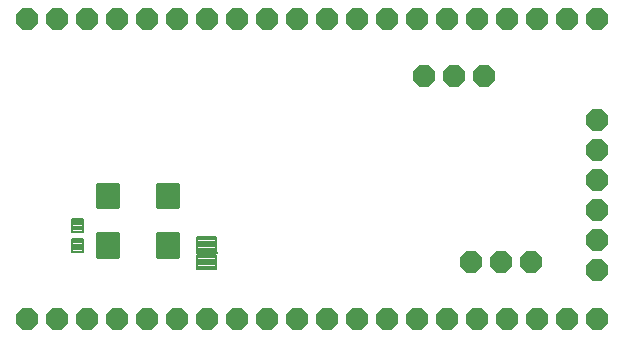
<source format=gbs>
G75*
G70*
%OFA0B0*%
%FSLAX24Y24*%
%IPPOS*%
%LPD*%
%AMOC8*
5,1,8,0,0,1.08239X$1,22.5*
%
%ADD10OC8,0.0720*%
%ADD11C,0.0087*%
%ADD12C,0.0081*%
%ADD13R,0.0720X0.0060*%
%ADD14C,0.0081*%
D10*
X001161Y001161D03*
X002161Y001161D03*
X003161Y001161D03*
X004161Y001161D03*
X005161Y001161D03*
X006161Y001161D03*
X007161Y001161D03*
X008161Y001161D03*
X009161Y001161D03*
X010161Y001161D03*
X011161Y001161D03*
X012161Y001161D03*
X013161Y001161D03*
X014161Y001161D03*
X015161Y001161D03*
X016161Y001161D03*
X017161Y001161D03*
X018161Y001161D03*
X019161Y001161D03*
X020161Y001161D03*
X020161Y002811D03*
X020161Y003811D03*
X020161Y004811D03*
X020161Y005811D03*
X020161Y006811D03*
X020161Y007811D03*
X016411Y009261D03*
X015411Y009261D03*
X014411Y009261D03*
X014161Y011161D03*
X013161Y011161D03*
X012161Y011161D03*
X011161Y011161D03*
X010161Y011161D03*
X009161Y011161D03*
X008161Y011161D03*
X007161Y011161D03*
X006161Y011161D03*
X005161Y011161D03*
X004161Y011161D03*
X003161Y011161D03*
X002161Y011161D03*
X001161Y011161D03*
X015161Y011161D03*
X016161Y011161D03*
X017161Y011161D03*
X018161Y011161D03*
X019161Y011161D03*
X020161Y011161D03*
X017961Y003061D03*
X016961Y003061D03*
X015961Y003061D03*
D11*
X006212Y003244D02*
X005510Y003244D01*
X005510Y004024D01*
X006212Y004024D01*
X006212Y003244D01*
X006212Y003330D02*
X005510Y003330D01*
X005510Y003416D02*
X006212Y003416D01*
X006212Y003502D02*
X005510Y003502D01*
X005510Y003588D02*
X006212Y003588D01*
X006212Y003674D02*
X005510Y003674D01*
X005510Y003760D02*
X006212Y003760D01*
X006212Y003846D02*
X005510Y003846D01*
X005510Y003932D02*
X006212Y003932D01*
X006212Y004018D02*
X005510Y004018D01*
X004212Y003244D02*
X003510Y003244D01*
X003510Y004024D01*
X004212Y004024D01*
X004212Y003244D01*
X004212Y003330D02*
X003510Y003330D01*
X003510Y003416D02*
X004212Y003416D01*
X004212Y003502D02*
X003510Y003502D01*
X003510Y003588D02*
X004212Y003588D01*
X004212Y003674D02*
X003510Y003674D01*
X003510Y003760D02*
X004212Y003760D01*
X004212Y003846D02*
X003510Y003846D01*
X003510Y003932D02*
X004212Y003932D01*
X004212Y004018D02*
X003510Y004018D01*
X003510Y004898D02*
X004212Y004898D01*
X003510Y004898D02*
X003510Y005678D01*
X004212Y005678D01*
X004212Y004898D01*
X004212Y004984D02*
X003510Y004984D01*
X003510Y005070D02*
X004212Y005070D01*
X004212Y005156D02*
X003510Y005156D01*
X003510Y005242D02*
X004212Y005242D01*
X004212Y005328D02*
X003510Y005328D01*
X003510Y005414D02*
X004212Y005414D01*
X004212Y005500D02*
X003510Y005500D01*
X003510Y005586D02*
X004212Y005586D01*
X004212Y005672D02*
X003510Y005672D01*
X005510Y004898D02*
X006212Y004898D01*
X005510Y004898D02*
X005510Y005678D01*
X006212Y005678D01*
X006212Y004898D01*
X006212Y004984D02*
X005510Y004984D01*
X005510Y005070D02*
X006212Y005070D01*
X006212Y005156D02*
X005510Y005156D01*
X005510Y005242D02*
X006212Y005242D01*
X006212Y005328D02*
X005510Y005328D01*
X005510Y005414D02*
X006212Y005414D01*
X006212Y005500D02*
X005510Y005500D01*
X005510Y005586D02*
X006212Y005586D01*
X006212Y005672D02*
X005510Y005672D01*
D12*
X006846Y003891D02*
X006846Y003431D01*
X006846Y003891D02*
X007476Y003891D01*
X007476Y003431D01*
X006846Y003431D01*
X006846Y003511D02*
X007476Y003511D01*
X007476Y003591D02*
X006846Y003591D01*
X006846Y003671D02*
X007476Y003671D01*
X007476Y003751D02*
X006846Y003751D01*
X006846Y003831D02*
X007476Y003831D01*
X006846Y003291D02*
X006846Y002831D01*
X006846Y003291D02*
X007476Y003291D01*
X007476Y002831D01*
X006846Y002831D01*
X006846Y002911D02*
X007476Y002911D01*
X007476Y002991D02*
X006846Y002991D01*
X006846Y003071D02*
X007476Y003071D01*
X007476Y003151D02*
X006846Y003151D01*
X006846Y003231D02*
X007476Y003231D01*
D13*
X007161Y003361D03*
D14*
X003058Y003411D02*
X003058Y003843D01*
X003058Y003411D02*
X002664Y003411D01*
X002664Y003843D01*
X003058Y003843D01*
X003058Y003491D02*
X002664Y003491D01*
X002664Y003571D02*
X003058Y003571D01*
X003058Y003651D02*
X002664Y003651D01*
X002664Y003731D02*
X003058Y003731D01*
X003058Y003811D02*
X002664Y003811D01*
X003058Y004080D02*
X003058Y004512D01*
X003058Y004080D02*
X002664Y004080D01*
X002664Y004512D01*
X003058Y004512D01*
X003058Y004160D02*
X002664Y004160D01*
X002664Y004240D02*
X003058Y004240D01*
X003058Y004320D02*
X002664Y004320D01*
X002664Y004400D02*
X003058Y004400D01*
X003058Y004480D02*
X002664Y004480D01*
M02*

</source>
